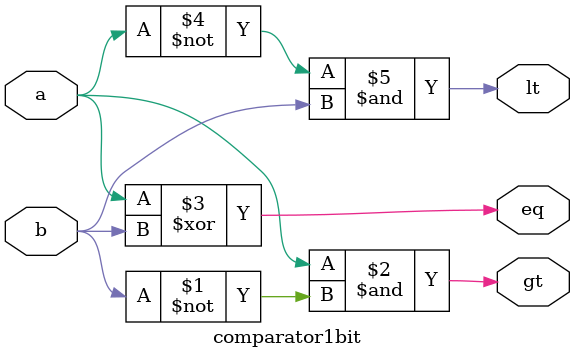
<source format=v>
`timescale 1ns / 1ps


module comparator1bit(a,b,gt,eq,lt);
input a,b;
output  gt,eq,lt;
assign gt=a&~b;
assign eq=a^b;
assign lt=~a&b;


endmodule

</source>
